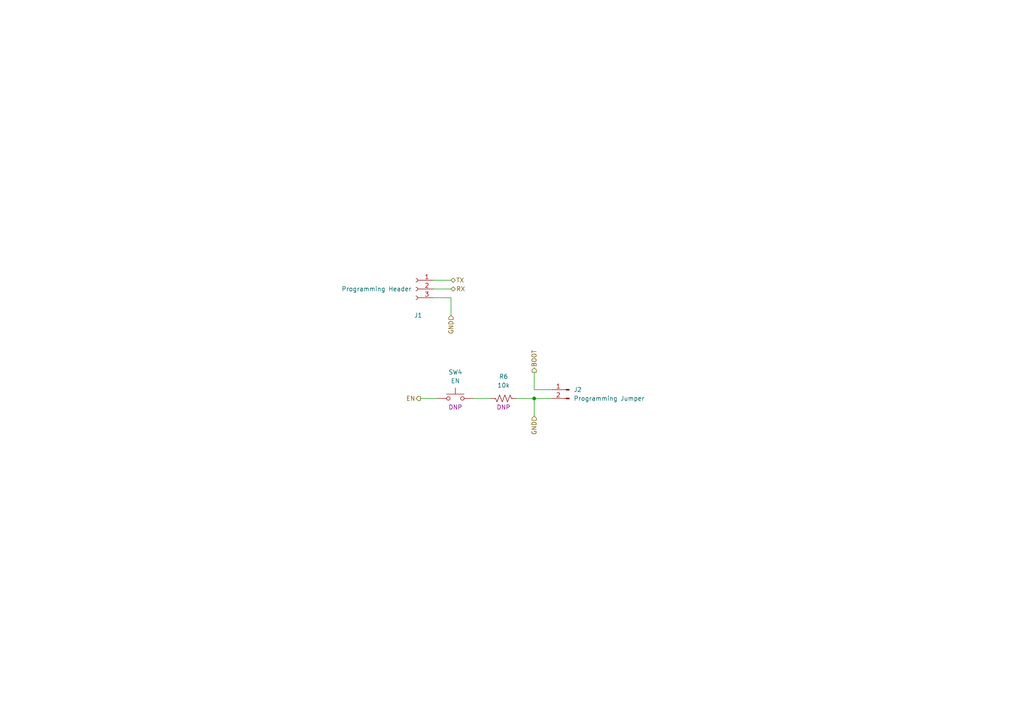
<source format=kicad_sch>
(kicad_sch (version 20230121) (generator eeschema)
  (paper "A4")
  (title_block (title "Key Fob") (date "2023-10-17") (company "J2B"))
  (lib_symbols
    (symbol "Connector:Conn_01x02_Pin" (pin_names (offset 1.016) hide)
      (property "Reference" "J" (at 0 2.54 0))
      (property "Value" "Conn_01x02_Pin" (at 0 -5.08 0))
      (symbol "Conn_01x02_Pin_1_1"
        (polyline (pts (xy 1.27 -2.54) (xy 0.8636 -2.54)) (stroke (width 0.1524)))
        (polyline (pts (xy 1.27 0) (xy 0.8636 0)) (stroke (width 0.1524)))
        (rectangle (start 0.8636 -2.413) (end 0 -2.667) (stroke (width 0.1524)) (fill (type outline)))
        (rectangle (start 0.8636 0.127) (end 0 -0.127) (stroke (width 0.1524)) (fill (type outline)))
        (pin passive line (at 5.08 0 180) (length 3.81) (name "Pin_1") (number "1"))
        (pin passive line (at 5.08 -2.54 180) (length 3.81) (name "Pin_2") (number "2"))
      )
    )
    (symbol "Connector:Conn_01x03_Socket" (pin_names (offset 1.016) hide)
      (property "Reference" "J" (at 0 5.08 0))
      (property "Value" "Conn_01x03_Socket" (at 0 -5.08 0))
      (symbol "Conn_01x03_Socket_1_1"
        (arc (start 0 -2.032) (mid -0.5058 -2.54) (end 0 -3.048) (stroke (width 0.1524)))
        (polyline (pts (xy -1.27 -2.54) (xy -0.508 -2.54)) (stroke (width 0.1524)))
        (polyline (pts (xy -1.27 0) (xy -0.508 0)) (stroke (width 0.1524)))
        (polyline (pts (xy -1.27 2.54) (xy -0.508 2.54)) (stroke (width 0.1524)))
        (arc (start 0 0.508) (mid -0.5058 0) (end 0 -0.508) (stroke (width 0.1524)))
        (arc (start 0 3.048) (mid -0.5058 2.54) (end 0 2.032) (stroke (width 0.1524)))
        (pin passive line (at -5.08 2.54 0) (length 3.81) (name "Pin_1") (number "1"))
        (pin passive line (at -5.08 0 0) (length 3.81) (name "Pin_2") (number "2"))
        (pin passive line (at -5.08 -2.54 0) (length 3.81) (name "Pin_3") (number "3"))
      )
    )
    (symbol "Device:R_US" (pin_numbers hide) (pin_names (offset 0))
      (property "Reference" "R" (at 2.54 0 90))
      (property "Value" "R_US" (at -2.54 0 90))
      (symbol "R_US_0_1"
        (polyline (pts (xy 0 -2.286) (xy 0 -2.54)))
        (polyline (pts (xy 0 2.286) (xy 0 2.54)))
        (polyline (pts (xy 0 -0.762) (xy 1.016 -1.143) (xy 0 -1.524) (xy -1.016 -1.905) (xy 0 -2.286)))
        (polyline (pts (xy 0 0.762) (xy 1.016 0.381) (xy 0 0) (xy -1.016 -0.381) (xy 0 -0.762)))
        (polyline (pts (xy 0 2.286) (xy 1.016 1.905) (xy 0 1.524) (xy -1.016 1.143) (xy 0 0.762)))
      )
      (symbol "R_US_1_1"
        (pin passive line (at 0 3.81 270) (length 1.27) (name "~") (number "1"))
        (pin passive line (at 0 -3.81 90) (length 1.27) (name "~") (number "2"))
      )
    )
    (symbol "Switch:SW_Push" (pin_numbers hide) (pin_names (offset 1.016) hide)
      (property "Reference" "SW" (at 1.27 2.54 0))
      (property "Value" "SW_Push" (at 0 -1.524 0))
      (symbol "SW_Push_0_1"
        (circle (center -2.032 0) (radius 0.508))
        (polyline (pts (xy 0 1.27) (xy 0 3.048)))
        (polyline (pts (xy 2.54 1.27) (xy -2.54 1.27)))
        (circle (center 2.032 0) (radius 0.508))
        (pin passive line (at -5.08 0 0) (length 2.54) (name "1") (number "1"))
        (pin passive line (at 5.08 0 180) (length 2.54) (name "2") (number "2"))
      )
    )
  )
  (junction (at 154.94 115.57))
  (wire (pts (xy 125.73 86.36) (xy 130.81 86.36)))
  (wire (pts (xy 130.81 86.36) (xy 130.81 91.44)))
  (wire (pts (xy 149.86 115.57) (xy 154.94 115.57)))
  (wire (pts (xy 154.94 115.57) (xy 154.94 120.65)))
  (wire (pts (xy 125.73 81.28) (xy 130.81 81.28)))
  (wire (pts (xy 154.94 113.03) (xy 160.02 113.03)))
  (wire (pts (xy 127 115.57) (xy 121.92 115.57)))
  (wire (pts (xy 125.73 83.82) (xy 130.81 83.82)))
  (wire (pts (xy 160.02 115.57) (xy 154.94 115.57)))
  (wire (pts (xy 137.16 115.57) (xy 142.24 115.57)))
  (wire (pts (xy 154.94 107.95) (xy 154.94 113.03)))
  (hierarchical_label "EN" (shape output) (at 121.92 115.57 180))
  (hierarchical_label "BOOT" (shape output) (at 154.94 107.95 90))
  (hierarchical_label "GND" (shape input) (at 130.81 91.44 270))
  (hierarchical_label "GND" (shape input) (at 154.94 120.65 270))
  (hierarchical_label "TX" (shape bidirectional) (at 130.81 81.28 0))
  (hierarchical_label "RX" (shape bidirectional) (at 130.81 83.82 0))
  (symbol (lib_id "Switch:SW_Push") (at 132.08 115.57 0) (mirror y) (unit 1)
    (property "Reference" "SW4" (at 132.08 107.95 0))
    (property "Value" "EN" (at 132.08 110.49 0))
    (property "Field4" "DNP" (at 132.08 118.11 0))
    (instances (project "key-fob-pcb" (path "" (reference "SW4") (unit 1)) (path "" (reference "SW5") (unit 1))))
  )
  (symbol (lib_id "Connector:Conn_01x03_Socket") (at 120.65 83.82 0) (mirror y) (unit 1)
    (property "Reference" "J1" (at 121.285 91.44 0))
    (property "Value" "Programming Header" (at 109.22 83.82 0))
  )
  (symbol (lib_id "Device:R_US") (at 146.05 115.57 90) (mirror x) (unit 1)
    (property "Reference" "R6" (at 146.05 109.22 90))
    (property "Value" "10k" (at 146.05 111.76 90))
    (property "Field4" "DNP" (at 146.05 118.11 90))
    (instances (project "key-fob-pcb" (path "" (reference "R6") (unit 1)) (path "" (reference "R9") (unit 1))))
  )
  (symbol (lib_id "Connector:Conn_01x02_Pin") (at 165.1 113.03 0) (mirror y) (unit 1)
    (property "Reference" "J2" (at 166.37 113.03 0) (effects (justify right)))
    (property "Value" "Programming Jumper" (at 166.37 115.57 0) (effects (justify right)))
  )
)
</source>
